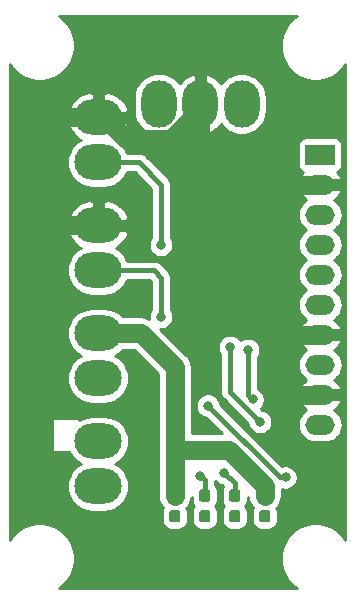
<source format=gbr>
G04 #@! TF.GenerationSoftware,KiCad,Pcbnew,5.1.4-e60b266~84~ubuntu18.04.1*
G04 #@! TF.CreationDate,2019-09-27T15:55:01+08:00*
G04 #@! TF.ProjectId,head,68656164-2e6b-4696-9361-645f70636258,rev?*
G04 #@! TF.SameCoordinates,Original*
G04 #@! TF.FileFunction,Copper,L2,Bot*
G04 #@! TF.FilePolarity,Positive*
%FSLAX46Y46*%
G04 Gerber Fmt 4.6, Leading zero omitted, Abs format (unit mm)*
G04 Created by KiCad (PCBNEW 5.1.4-e60b266~84~ubuntu18.04.1) date 2019-09-27 15:55:01*
%MOMM*%
%LPD*%
G04 APERTURE LIST*
%ADD10O,2.500000X1.700000*%
%ADD11C,1.700000*%
%ADD12C,0.100000*%
%ADD13O,4.000000X3.000000*%
%ADD14O,3.000000X4.000000*%
%ADD15C,0.950000*%
%ADD16C,1.000000*%
%ADD17C,0.800000*%
%ADD18C,1.600000*%
%ADD19C,0.400000*%
%ADD20C,0.254000*%
G04 APERTURE END LIST*
D10*
X115570000Y-64262000D03*
X115570000Y-61722000D03*
X115570000Y-59182000D03*
X115570000Y-56642000D03*
X115570000Y-54102000D03*
X115570000Y-51562000D03*
X115570000Y-49022000D03*
X115570000Y-46482000D03*
X115570000Y-43942000D03*
D11*
X115570000Y-41402000D03*
D12*
G36*
X114320000Y-42252000D02*
G01*
X114320000Y-40552000D01*
X116820000Y-40552000D01*
X116820000Y-42252000D01*
X114320000Y-42252000D01*
X114320000Y-42252000D01*
G37*
D13*
X96774000Y-65659000D03*
X96774000Y-69469000D03*
X96774000Y-56515000D03*
X96774000Y-60325000D03*
X96774000Y-47371000D03*
X96774000Y-51181000D03*
X96774000Y-38227000D03*
X96774000Y-42037000D03*
D14*
X108910000Y-37084000D03*
X105410000Y-37084000D03*
X101910000Y-37084000D03*
D12*
G36*
X103511779Y-69721144D02*
G01*
X103534834Y-69724563D01*
X103557443Y-69730227D01*
X103579387Y-69738079D01*
X103600457Y-69748044D01*
X103620448Y-69760026D01*
X103639168Y-69773910D01*
X103656438Y-69789562D01*
X103672090Y-69806832D01*
X103685974Y-69825552D01*
X103697956Y-69845543D01*
X103707921Y-69866613D01*
X103715773Y-69888557D01*
X103721437Y-69911166D01*
X103724856Y-69934221D01*
X103726000Y-69957500D01*
X103726000Y-70532500D01*
X103724856Y-70555779D01*
X103721437Y-70578834D01*
X103715773Y-70601443D01*
X103707921Y-70623387D01*
X103697956Y-70644457D01*
X103685974Y-70664448D01*
X103672090Y-70683168D01*
X103656438Y-70700438D01*
X103639168Y-70716090D01*
X103620448Y-70729974D01*
X103600457Y-70741956D01*
X103579387Y-70751921D01*
X103557443Y-70759773D01*
X103534834Y-70765437D01*
X103511779Y-70768856D01*
X103488500Y-70770000D01*
X103013500Y-70770000D01*
X102990221Y-70768856D01*
X102967166Y-70765437D01*
X102944557Y-70759773D01*
X102922613Y-70751921D01*
X102901543Y-70741956D01*
X102881552Y-70729974D01*
X102862832Y-70716090D01*
X102845562Y-70700438D01*
X102829910Y-70683168D01*
X102816026Y-70664448D01*
X102804044Y-70644457D01*
X102794079Y-70623387D01*
X102786227Y-70601443D01*
X102780563Y-70578834D01*
X102777144Y-70555779D01*
X102776000Y-70532500D01*
X102776000Y-69957500D01*
X102777144Y-69934221D01*
X102780563Y-69911166D01*
X102786227Y-69888557D01*
X102794079Y-69866613D01*
X102804044Y-69845543D01*
X102816026Y-69825552D01*
X102829910Y-69806832D01*
X102845562Y-69789562D01*
X102862832Y-69773910D01*
X102881552Y-69760026D01*
X102901543Y-69748044D01*
X102922613Y-69738079D01*
X102944557Y-69730227D01*
X102967166Y-69724563D01*
X102990221Y-69721144D01*
X103013500Y-69720000D01*
X103488500Y-69720000D01*
X103511779Y-69721144D01*
X103511779Y-69721144D01*
G37*
D15*
X103251000Y-70245000D03*
D12*
G36*
X103511779Y-71471144D02*
G01*
X103534834Y-71474563D01*
X103557443Y-71480227D01*
X103579387Y-71488079D01*
X103600457Y-71498044D01*
X103620448Y-71510026D01*
X103639168Y-71523910D01*
X103656438Y-71539562D01*
X103672090Y-71556832D01*
X103685974Y-71575552D01*
X103697956Y-71595543D01*
X103707921Y-71616613D01*
X103715773Y-71638557D01*
X103721437Y-71661166D01*
X103724856Y-71684221D01*
X103726000Y-71707500D01*
X103726000Y-72282500D01*
X103724856Y-72305779D01*
X103721437Y-72328834D01*
X103715773Y-72351443D01*
X103707921Y-72373387D01*
X103697956Y-72394457D01*
X103685974Y-72414448D01*
X103672090Y-72433168D01*
X103656438Y-72450438D01*
X103639168Y-72466090D01*
X103620448Y-72479974D01*
X103600457Y-72491956D01*
X103579387Y-72501921D01*
X103557443Y-72509773D01*
X103534834Y-72515437D01*
X103511779Y-72518856D01*
X103488500Y-72520000D01*
X103013500Y-72520000D01*
X102990221Y-72518856D01*
X102967166Y-72515437D01*
X102944557Y-72509773D01*
X102922613Y-72501921D01*
X102901543Y-72491956D01*
X102881552Y-72479974D01*
X102862832Y-72466090D01*
X102845562Y-72450438D01*
X102829910Y-72433168D01*
X102816026Y-72414448D01*
X102804044Y-72394457D01*
X102794079Y-72373387D01*
X102786227Y-72351443D01*
X102780563Y-72328834D01*
X102777144Y-72305779D01*
X102776000Y-72282500D01*
X102776000Y-71707500D01*
X102777144Y-71684221D01*
X102780563Y-71661166D01*
X102786227Y-71638557D01*
X102794079Y-71616613D01*
X102804044Y-71595543D01*
X102816026Y-71575552D01*
X102829910Y-71556832D01*
X102845562Y-71539562D01*
X102862832Y-71523910D01*
X102881552Y-71510026D01*
X102901543Y-71498044D01*
X102922613Y-71488079D01*
X102944557Y-71480227D01*
X102967166Y-71474563D01*
X102990221Y-71471144D01*
X103013500Y-71470000D01*
X103488500Y-71470000D01*
X103511779Y-71471144D01*
X103511779Y-71471144D01*
G37*
D15*
X103251000Y-71995000D03*
D12*
G36*
X111131779Y-69721144D02*
G01*
X111154834Y-69724563D01*
X111177443Y-69730227D01*
X111199387Y-69738079D01*
X111220457Y-69748044D01*
X111240448Y-69760026D01*
X111259168Y-69773910D01*
X111276438Y-69789562D01*
X111292090Y-69806832D01*
X111305974Y-69825552D01*
X111317956Y-69845543D01*
X111327921Y-69866613D01*
X111335773Y-69888557D01*
X111341437Y-69911166D01*
X111344856Y-69934221D01*
X111346000Y-69957500D01*
X111346000Y-70532500D01*
X111344856Y-70555779D01*
X111341437Y-70578834D01*
X111335773Y-70601443D01*
X111327921Y-70623387D01*
X111317956Y-70644457D01*
X111305974Y-70664448D01*
X111292090Y-70683168D01*
X111276438Y-70700438D01*
X111259168Y-70716090D01*
X111240448Y-70729974D01*
X111220457Y-70741956D01*
X111199387Y-70751921D01*
X111177443Y-70759773D01*
X111154834Y-70765437D01*
X111131779Y-70768856D01*
X111108500Y-70770000D01*
X110633500Y-70770000D01*
X110610221Y-70768856D01*
X110587166Y-70765437D01*
X110564557Y-70759773D01*
X110542613Y-70751921D01*
X110521543Y-70741956D01*
X110501552Y-70729974D01*
X110482832Y-70716090D01*
X110465562Y-70700438D01*
X110449910Y-70683168D01*
X110436026Y-70664448D01*
X110424044Y-70644457D01*
X110414079Y-70623387D01*
X110406227Y-70601443D01*
X110400563Y-70578834D01*
X110397144Y-70555779D01*
X110396000Y-70532500D01*
X110396000Y-69957500D01*
X110397144Y-69934221D01*
X110400563Y-69911166D01*
X110406227Y-69888557D01*
X110414079Y-69866613D01*
X110424044Y-69845543D01*
X110436026Y-69825552D01*
X110449910Y-69806832D01*
X110465562Y-69789562D01*
X110482832Y-69773910D01*
X110501552Y-69760026D01*
X110521543Y-69748044D01*
X110542613Y-69738079D01*
X110564557Y-69730227D01*
X110587166Y-69724563D01*
X110610221Y-69721144D01*
X110633500Y-69720000D01*
X111108500Y-69720000D01*
X111131779Y-69721144D01*
X111131779Y-69721144D01*
G37*
D15*
X110871000Y-70245000D03*
D12*
G36*
X111131779Y-71471144D02*
G01*
X111154834Y-71474563D01*
X111177443Y-71480227D01*
X111199387Y-71488079D01*
X111220457Y-71498044D01*
X111240448Y-71510026D01*
X111259168Y-71523910D01*
X111276438Y-71539562D01*
X111292090Y-71556832D01*
X111305974Y-71575552D01*
X111317956Y-71595543D01*
X111327921Y-71616613D01*
X111335773Y-71638557D01*
X111341437Y-71661166D01*
X111344856Y-71684221D01*
X111346000Y-71707500D01*
X111346000Y-72282500D01*
X111344856Y-72305779D01*
X111341437Y-72328834D01*
X111335773Y-72351443D01*
X111327921Y-72373387D01*
X111317956Y-72394457D01*
X111305974Y-72414448D01*
X111292090Y-72433168D01*
X111276438Y-72450438D01*
X111259168Y-72466090D01*
X111240448Y-72479974D01*
X111220457Y-72491956D01*
X111199387Y-72501921D01*
X111177443Y-72509773D01*
X111154834Y-72515437D01*
X111131779Y-72518856D01*
X111108500Y-72520000D01*
X110633500Y-72520000D01*
X110610221Y-72518856D01*
X110587166Y-72515437D01*
X110564557Y-72509773D01*
X110542613Y-72501921D01*
X110521543Y-72491956D01*
X110501552Y-72479974D01*
X110482832Y-72466090D01*
X110465562Y-72450438D01*
X110449910Y-72433168D01*
X110436026Y-72414448D01*
X110424044Y-72394457D01*
X110414079Y-72373387D01*
X110406227Y-72351443D01*
X110400563Y-72328834D01*
X110397144Y-72305779D01*
X110396000Y-72282500D01*
X110396000Y-71707500D01*
X110397144Y-71684221D01*
X110400563Y-71661166D01*
X110406227Y-71638557D01*
X110414079Y-71616613D01*
X110424044Y-71595543D01*
X110436026Y-71575552D01*
X110449910Y-71556832D01*
X110465562Y-71539562D01*
X110482832Y-71523910D01*
X110501552Y-71510026D01*
X110521543Y-71498044D01*
X110542613Y-71488079D01*
X110564557Y-71480227D01*
X110587166Y-71474563D01*
X110610221Y-71471144D01*
X110633500Y-71470000D01*
X111108500Y-71470000D01*
X111131779Y-71471144D01*
X111131779Y-71471144D01*
G37*
D15*
X110871000Y-71995000D03*
D12*
G36*
X108591779Y-69721144D02*
G01*
X108614834Y-69724563D01*
X108637443Y-69730227D01*
X108659387Y-69738079D01*
X108680457Y-69748044D01*
X108700448Y-69760026D01*
X108719168Y-69773910D01*
X108736438Y-69789562D01*
X108752090Y-69806832D01*
X108765974Y-69825552D01*
X108777956Y-69845543D01*
X108787921Y-69866613D01*
X108795773Y-69888557D01*
X108801437Y-69911166D01*
X108804856Y-69934221D01*
X108806000Y-69957500D01*
X108806000Y-70532500D01*
X108804856Y-70555779D01*
X108801437Y-70578834D01*
X108795773Y-70601443D01*
X108787921Y-70623387D01*
X108777956Y-70644457D01*
X108765974Y-70664448D01*
X108752090Y-70683168D01*
X108736438Y-70700438D01*
X108719168Y-70716090D01*
X108700448Y-70729974D01*
X108680457Y-70741956D01*
X108659387Y-70751921D01*
X108637443Y-70759773D01*
X108614834Y-70765437D01*
X108591779Y-70768856D01*
X108568500Y-70770000D01*
X108093500Y-70770000D01*
X108070221Y-70768856D01*
X108047166Y-70765437D01*
X108024557Y-70759773D01*
X108002613Y-70751921D01*
X107981543Y-70741956D01*
X107961552Y-70729974D01*
X107942832Y-70716090D01*
X107925562Y-70700438D01*
X107909910Y-70683168D01*
X107896026Y-70664448D01*
X107884044Y-70644457D01*
X107874079Y-70623387D01*
X107866227Y-70601443D01*
X107860563Y-70578834D01*
X107857144Y-70555779D01*
X107856000Y-70532500D01*
X107856000Y-69957500D01*
X107857144Y-69934221D01*
X107860563Y-69911166D01*
X107866227Y-69888557D01*
X107874079Y-69866613D01*
X107884044Y-69845543D01*
X107896026Y-69825552D01*
X107909910Y-69806832D01*
X107925562Y-69789562D01*
X107942832Y-69773910D01*
X107961552Y-69760026D01*
X107981543Y-69748044D01*
X108002613Y-69738079D01*
X108024557Y-69730227D01*
X108047166Y-69724563D01*
X108070221Y-69721144D01*
X108093500Y-69720000D01*
X108568500Y-69720000D01*
X108591779Y-69721144D01*
X108591779Y-69721144D01*
G37*
D15*
X108331000Y-70245000D03*
D12*
G36*
X108591779Y-71471144D02*
G01*
X108614834Y-71474563D01*
X108637443Y-71480227D01*
X108659387Y-71488079D01*
X108680457Y-71498044D01*
X108700448Y-71510026D01*
X108719168Y-71523910D01*
X108736438Y-71539562D01*
X108752090Y-71556832D01*
X108765974Y-71575552D01*
X108777956Y-71595543D01*
X108787921Y-71616613D01*
X108795773Y-71638557D01*
X108801437Y-71661166D01*
X108804856Y-71684221D01*
X108806000Y-71707500D01*
X108806000Y-72282500D01*
X108804856Y-72305779D01*
X108801437Y-72328834D01*
X108795773Y-72351443D01*
X108787921Y-72373387D01*
X108777956Y-72394457D01*
X108765974Y-72414448D01*
X108752090Y-72433168D01*
X108736438Y-72450438D01*
X108719168Y-72466090D01*
X108700448Y-72479974D01*
X108680457Y-72491956D01*
X108659387Y-72501921D01*
X108637443Y-72509773D01*
X108614834Y-72515437D01*
X108591779Y-72518856D01*
X108568500Y-72520000D01*
X108093500Y-72520000D01*
X108070221Y-72518856D01*
X108047166Y-72515437D01*
X108024557Y-72509773D01*
X108002613Y-72501921D01*
X107981543Y-72491956D01*
X107961552Y-72479974D01*
X107942832Y-72466090D01*
X107925562Y-72450438D01*
X107909910Y-72433168D01*
X107896026Y-72414448D01*
X107884044Y-72394457D01*
X107874079Y-72373387D01*
X107866227Y-72351443D01*
X107860563Y-72328834D01*
X107857144Y-72305779D01*
X107856000Y-72282500D01*
X107856000Y-71707500D01*
X107857144Y-71684221D01*
X107860563Y-71661166D01*
X107866227Y-71638557D01*
X107874079Y-71616613D01*
X107884044Y-71595543D01*
X107896026Y-71575552D01*
X107909910Y-71556832D01*
X107925562Y-71539562D01*
X107942832Y-71523910D01*
X107961552Y-71510026D01*
X107981543Y-71498044D01*
X108002613Y-71488079D01*
X108024557Y-71480227D01*
X108047166Y-71474563D01*
X108070221Y-71471144D01*
X108093500Y-71470000D01*
X108568500Y-71470000D01*
X108591779Y-71471144D01*
X108591779Y-71471144D01*
G37*
D15*
X108331000Y-71995000D03*
D12*
G36*
X106051779Y-69721144D02*
G01*
X106074834Y-69724563D01*
X106097443Y-69730227D01*
X106119387Y-69738079D01*
X106140457Y-69748044D01*
X106160448Y-69760026D01*
X106179168Y-69773910D01*
X106196438Y-69789562D01*
X106212090Y-69806832D01*
X106225974Y-69825552D01*
X106237956Y-69845543D01*
X106247921Y-69866613D01*
X106255773Y-69888557D01*
X106261437Y-69911166D01*
X106264856Y-69934221D01*
X106266000Y-69957500D01*
X106266000Y-70532500D01*
X106264856Y-70555779D01*
X106261437Y-70578834D01*
X106255773Y-70601443D01*
X106247921Y-70623387D01*
X106237956Y-70644457D01*
X106225974Y-70664448D01*
X106212090Y-70683168D01*
X106196438Y-70700438D01*
X106179168Y-70716090D01*
X106160448Y-70729974D01*
X106140457Y-70741956D01*
X106119387Y-70751921D01*
X106097443Y-70759773D01*
X106074834Y-70765437D01*
X106051779Y-70768856D01*
X106028500Y-70770000D01*
X105553500Y-70770000D01*
X105530221Y-70768856D01*
X105507166Y-70765437D01*
X105484557Y-70759773D01*
X105462613Y-70751921D01*
X105441543Y-70741956D01*
X105421552Y-70729974D01*
X105402832Y-70716090D01*
X105385562Y-70700438D01*
X105369910Y-70683168D01*
X105356026Y-70664448D01*
X105344044Y-70644457D01*
X105334079Y-70623387D01*
X105326227Y-70601443D01*
X105320563Y-70578834D01*
X105317144Y-70555779D01*
X105316000Y-70532500D01*
X105316000Y-69957500D01*
X105317144Y-69934221D01*
X105320563Y-69911166D01*
X105326227Y-69888557D01*
X105334079Y-69866613D01*
X105344044Y-69845543D01*
X105356026Y-69825552D01*
X105369910Y-69806832D01*
X105385562Y-69789562D01*
X105402832Y-69773910D01*
X105421552Y-69760026D01*
X105441543Y-69748044D01*
X105462613Y-69738079D01*
X105484557Y-69730227D01*
X105507166Y-69724563D01*
X105530221Y-69721144D01*
X105553500Y-69720000D01*
X106028500Y-69720000D01*
X106051779Y-69721144D01*
X106051779Y-69721144D01*
G37*
D15*
X105791000Y-70245000D03*
D12*
G36*
X106051779Y-71471144D02*
G01*
X106074834Y-71474563D01*
X106097443Y-71480227D01*
X106119387Y-71488079D01*
X106140457Y-71498044D01*
X106160448Y-71510026D01*
X106179168Y-71523910D01*
X106196438Y-71539562D01*
X106212090Y-71556832D01*
X106225974Y-71575552D01*
X106237956Y-71595543D01*
X106247921Y-71616613D01*
X106255773Y-71638557D01*
X106261437Y-71661166D01*
X106264856Y-71684221D01*
X106266000Y-71707500D01*
X106266000Y-72282500D01*
X106264856Y-72305779D01*
X106261437Y-72328834D01*
X106255773Y-72351443D01*
X106247921Y-72373387D01*
X106237956Y-72394457D01*
X106225974Y-72414448D01*
X106212090Y-72433168D01*
X106196438Y-72450438D01*
X106179168Y-72466090D01*
X106160448Y-72479974D01*
X106140457Y-72491956D01*
X106119387Y-72501921D01*
X106097443Y-72509773D01*
X106074834Y-72515437D01*
X106051779Y-72518856D01*
X106028500Y-72520000D01*
X105553500Y-72520000D01*
X105530221Y-72518856D01*
X105507166Y-72515437D01*
X105484557Y-72509773D01*
X105462613Y-72501921D01*
X105441543Y-72491956D01*
X105421552Y-72479974D01*
X105402832Y-72466090D01*
X105385562Y-72450438D01*
X105369910Y-72433168D01*
X105356026Y-72414448D01*
X105344044Y-72394457D01*
X105334079Y-72373387D01*
X105326227Y-72351443D01*
X105320563Y-72328834D01*
X105317144Y-72305779D01*
X105316000Y-72282500D01*
X105316000Y-71707500D01*
X105317144Y-71684221D01*
X105320563Y-71661166D01*
X105326227Y-71638557D01*
X105334079Y-71616613D01*
X105344044Y-71595543D01*
X105356026Y-71575552D01*
X105369910Y-71556832D01*
X105385562Y-71539562D01*
X105402832Y-71523910D01*
X105421552Y-71510026D01*
X105441543Y-71498044D01*
X105462613Y-71488079D01*
X105484557Y-71480227D01*
X105507166Y-71474563D01*
X105530221Y-71471144D01*
X105553500Y-71470000D01*
X106028500Y-71470000D01*
X106051779Y-71471144D01*
X106051779Y-71471144D01*
G37*
D15*
X105791000Y-71995000D03*
D16*
X105686000Y-42926000D03*
X105686000Y-49022000D03*
X105686000Y-55118000D03*
X105806000Y-60452000D03*
X112268000Y-66294004D03*
D17*
X102086000Y-55118000D03*
X110490000Y-64008000D03*
X107442000Y-68326000D03*
X107950000Y-57658000D03*
X102086000Y-49022000D03*
X105410000Y-68580000D03*
X109474000Y-57912000D03*
X109855000Y-62103000D03*
X106071036Y-62637036D03*
X112649000Y-68707000D03*
X105791000Y-72009000D03*
X108331000Y-72009000D03*
X110871000Y-72009000D03*
X103251000Y-72009000D03*
D18*
X102945538Y-40084010D02*
X105410000Y-37619548D01*
X99131010Y-40084010D02*
X102945538Y-40084010D01*
X105410000Y-37619548D02*
X105410000Y-37084000D01*
X97274000Y-38227000D02*
X99131010Y-40084010D01*
X96774000Y-38227000D02*
X97274000Y-38227000D01*
X112720000Y-43942000D02*
X115570000Y-43942000D01*
X108668000Y-43942000D02*
X112720000Y-43942000D01*
X105410000Y-40684000D02*
X108668000Y-43942000D01*
X105410000Y-37084000D02*
X105410000Y-40684000D01*
X112720000Y-43942000D02*
X112014000Y-44648000D01*
X112720000Y-56642000D02*
X115570000Y-56642000D01*
X112014000Y-55936000D02*
X112720000Y-56642000D01*
X112014000Y-44648000D02*
X112014000Y-55936000D01*
X112014000Y-61016000D02*
X112720000Y-61722000D01*
X112014000Y-55936000D02*
X112014000Y-61016000D01*
X105410000Y-37084000D02*
X105410000Y-42650000D01*
X105410000Y-42650000D02*
X105686000Y-42926000D01*
X105686000Y-42926000D02*
X105686000Y-49022000D01*
X105686000Y-49022000D02*
X105686000Y-55118000D01*
X105686000Y-55118000D02*
X105686000Y-60332000D01*
X105686000Y-60332000D02*
X105806000Y-60452000D01*
X92202000Y-46399000D02*
X92202000Y-39199000D01*
X93174000Y-38227000D02*
X96774000Y-38227000D01*
X92202000Y-39199000D02*
X93174000Y-38227000D01*
X93174000Y-47371000D02*
X92202000Y-46399000D01*
X96774000Y-47371000D02*
X93174000Y-47371000D01*
X115570000Y-61722000D02*
X112720000Y-61722000D01*
X112268000Y-62174000D02*
X112268000Y-65586898D01*
X112268000Y-65586898D02*
X112268000Y-66294004D01*
X112720000Y-61722000D02*
X112268000Y-62174000D01*
X103251000Y-69620000D02*
X103251000Y-70245000D01*
X100374000Y-56515000D02*
X103251000Y-59392000D01*
X96774000Y-56515000D02*
X100374000Y-56515000D01*
X103251000Y-59392000D02*
X103251000Y-66421000D01*
X103251000Y-66421000D02*
X103251000Y-69620000D01*
X107823000Y-66421000D02*
X103251000Y-66421000D01*
X110871000Y-70245000D02*
X110871000Y-69469000D01*
X110871000Y-69469000D02*
X107823000Y-66421000D01*
D19*
X102086000Y-51794000D02*
X102086000Y-55118000D01*
X96774000Y-51181000D02*
X101473000Y-51181000D01*
X101473000Y-51181000D02*
X102086000Y-51794000D01*
X108331000Y-70245000D02*
X108331000Y-69215000D01*
X108331000Y-69215000D02*
X107442000Y-68326000D01*
X107950000Y-61468000D02*
X107950000Y-58223685D01*
X107950000Y-58223685D02*
X107950000Y-57658000D01*
X110490000Y-64008000D02*
X107950000Y-61468000D01*
X96774000Y-42037000D02*
X100203000Y-42037000D01*
X102086000Y-43920000D02*
X102086000Y-49022000D01*
X100203000Y-42037000D02*
X102086000Y-43920000D01*
X105791000Y-70245000D02*
X105791000Y-68961000D01*
X105791000Y-68961000D02*
X105410000Y-68580000D01*
X109474000Y-57912000D02*
X109474000Y-61722000D01*
X109474000Y-61722000D02*
X109855000Y-62103000D01*
X112141000Y-68707000D02*
X112649000Y-68707000D01*
X106071036Y-62637036D02*
X112141000Y-68707000D01*
D20*
G36*
X113291273Y-29818613D02*
G01*
X112876613Y-30233273D01*
X112550817Y-30720862D01*
X112326405Y-31262641D01*
X112212000Y-31837791D01*
X112212000Y-32424209D01*
X112326405Y-32999359D01*
X112550817Y-33541138D01*
X112876613Y-34028727D01*
X113291273Y-34443387D01*
X113778862Y-34769183D01*
X114320641Y-34993595D01*
X114895791Y-35108000D01*
X115482209Y-35108000D01*
X116057359Y-34993595D01*
X116599138Y-34769183D01*
X117086727Y-34443387D01*
X117501387Y-34028727D01*
X117704001Y-33725493D01*
X117704000Y-73970505D01*
X117501387Y-73667273D01*
X117086727Y-73252613D01*
X116599138Y-72926817D01*
X116057359Y-72702405D01*
X115482209Y-72588000D01*
X114895791Y-72588000D01*
X114320641Y-72702405D01*
X113778862Y-72926817D01*
X113291273Y-73252613D01*
X112876613Y-73667273D01*
X112550817Y-74154862D01*
X112326405Y-74696641D01*
X112212000Y-75271791D01*
X112212000Y-75858209D01*
X112326405Y-76433359D01*
X112550817Y-76975138D01*
X112876613Y-77462727D01*
X113291273Y-77877387D01*
X113594505Y-78080000D01*
X93415495Y-78080000D01*
X93718727Y-77877387D01*
X94133387Y-77462727D01*
X94459183Y-76975138D01*
X94683595Y-76433359D01*
X94798000Y-75858209D01*
X94798000Y-75271791D01*
X94683595Y-74696641D01*
X94459183Y-74154862D01*
X94133387Y-73667273D01*
X93718727Y-73252613D01*
X93231138Y-72926817D01*
X92689359Y-72702405D01*
X92114209Y-72588000D01*
X91527791Y-72588000D01*
X90952641Y-72702405D01*
X90410862Y-72926817D01*
X89923273Y-73252613D01*
X89508613Y-73667273D01*
X89306000Y-73970505D01*
X89306000Y-63711500D01*
X92837809Y-63711500D01*
X92837809Y-66531500D01*
X94319511Y-66531500D01*
X94490223Y-66850881D01*
X94757023Y-67175977D01*
X95082119Y-67442777D01*
X95308912Y-67564000D01*
X95082119Y-67685223D01*
X94757023Y-67952023D01*
X94490223Y-68277119D01*
X94291974Y-68648018D01*
X94169892Y-69050467D01*
X94128670Y-69469000D01*
X94169892Y-69887533D01*
X94291974Y-70289982D01*
X94490223Y-70660881D01*
X94757023Y-70985977D01*
X95082119Y-71252777D01*
X95453018Y-71451026D01*
X95855467Y-71573108D01*
X96169118Y-71604000D01*
X97378882Y-71604000D01*
X97692533Y-71573108D01*
X98094982Y-71451026D01*
X98465881Y-71252777D01*
X98790977Y-70985977D01*
X99057777Y-70660881D01*
X99256026Y-70289982D01*
X99378108Y-69887533D01*
X99419330Y-69469000D01*
X99378108Y-69050467D01*
X99256026Y-68648018D01*
X99057777Y-68277119D01*
X98790977Y-67952023D01*
X98465881Y-67685223D01*
X98239088Y-67564000D01*
X98465881Y-67442777D01*
X98790977Y-67175977D01*
X99057777Y-66850881D01*
X99256026Y-66479982D01*
X99378108Y-66077533D01*
X99419330Y-65659000D01*
X99378108Y-65240467D01*
X99256026Y-64838018D01*
X99057777Y-64467119D01*
X98790977Y-64142023D01*
X98465881Y-63875223D01*
X98094982Y-63676974D01*
X97692533Y-63554892D01*
X97378882Y-63524000D01*
X96169118Y-63524000D01*
X95855467Y-63554892D01*
X95453018Y-63676974D01*
X95110190Y-63860219D01*
X95110190Y-63711500D01*
X92837809Y-63711500D01*
X89306000Y-63711500D01*
X89306000Y-51181000D01*
X94128670Y-51181000D01*
X94169892Y-51599533D01*
X94291974Y-52001982D01*
X94490223Y-52372881D01*
X94757023Y-52697977D01*
X95082119Y-52964777D01*
X95453018Y-53163026D01*
X95855467Y-53285108D01*
X96169118Y-53316000D01*
X97378882Y-53316000D01*
X97692533Y-53285108D01*
X98094982Y-53163026D01*
X98465881Y-52964777D01*
X98790977Y-52697977D01*
X99057777Y-52372881D01*
X99248533Y-52016000D01*
X101127132Y-52016000D01*
X101251000Y-52139868D01*
X101251001Y-54504714D01*
X101168795Y-54627744D01*
X101090774Y-54816102D01*
X101051000Y-55016061D01*
X101051000Y-55219939D01*
X101057632Y-55253279D01*
X100925808Y-55182818D01*
X100655309Y-55100764D01*
X100444492Y-55080000D01*
X100374000Y-55073057D01*
X100303508Y-55080000D01*
X98858254Y-55080000D01*
X98790977Y-54998023D01*
X98465881Y-54731223D01*
X98094982Y-54532974D01*
X97692533Y-54410892D01*
X97378882Y-54380000D01*
X96169118Y-54380000D01*
X95855467Y-54410892D01*
X95453018Y-54532974D01*
X95082119Y-54731223D01*
X94757023Y-54998023D01*
X94490223Y-55323119D01*
X94291974Y-55694018D01*
X94169892Y-56096467D01*
X94128670Y-56515000D01*
X94169892Y-56933533D01*
X94291974Y-57335982D01*
X94490223Y-57706881D01*
X94757023Y-58031977D01*
X95082119Y-58298777D01*
X95308912Y-58420000D01*
X95082119Y-58541223D01*
X94757023Y-58808023D01*
X94490223Y-59133119D01*
X94291974Y-59504018D01*
X94169892Y-59906467D01*
X94128670Y-60325000D01*
X94169892Y-60743533D01*
X94291974Y-61145982D01*
X94490223Y-61516881D01*
X94757023Y-61841977D01*
X95082119Y-62108777D01*
X95453018Y-62307026D01*
X95855467Y-62429108D01*
X96169118Y-62460000D01*
X97378882Y-62460000D01*
X97692533Y-62429108D01*
X98094982Y-62307026D01*
X98465881Y-62108777D01*
X98790977Y-61841977D01*
X99057777Y-61516881D01*
X99256026Y-61145982D01*
X99378108Y-60743533D01*
X99419330Y-60325000D01*
X99378108Y-59906467D01*
X99256026Y-59504018D01*
X99057777Y-59133119D01*
X98790977Y-58808023D01*
X98465881Y-58541223D01*
X98239088Y-58420000D01*
X98465881Y-58298777D01*
X98790977Y-58031977D01*
X98858254Y-57950000D01*
X99779605Y-57950000D01*
X101816000Y-59986397D01*
X101816001Y-66350498D01*
X101809057Y-66421000D01*
X101816000Y-66491492D01*
X101816001Y-69549499D01*
X101816000Y-69549509D01*
X101816000Y-70315492D01*
X101836764Y-70526309D01*
X101918818Y-70796808D01*
X102052068Y-71046101D01*
X102231393Y-71264608D01*
X102252814Y-71282188D01*
X102204577Y-71372433D01*
X102154752Y-71536684D01*
X102137928Y-71707500D01*
X102137928Y-72282500D01*
X102154752Y-72453316D01*
X102204577Y-72617567D01*
X102285488Y-72768942D01*
X102394377Y-72901623D01*
X102527058Y-73010512D01*
X102678433Y-73091423D01*
X102842684Y-73141248D01*
X103013500Y-73158072D01*
X103488500Y-73158072D01*
X103659316Y-73141248D01*
X103823567Y-73091423D01*
X103974942Y-73010512D01*
X104107623Y-72901623D01*
X104216512Y-72768942D01*
X104297423Y-72617567D01*
X104347248Y-72453316D01*
X104364072Y-72282500D01*
X104364072Y-71707500D01*
X104347248Y-71536684D01*
X104297423Y-71372433D01*
X104249187Y-71282188D01*
X104270608Y-71264608D01*
X104449932Y-71046101D01*
X104583182Y-70796808D01*
X104665236Y-70526308D01*
X104677928Y-70397446D01*
X104677928Y-70532500D01*
X104694752Y-70703316D01*
X104744577Y-70867567D01*
X104825488Y-71018942D01*
X104908425Y-71120000D01*
X104825488Y-71221058D01*
X104744577Y-71372433D01*
X104694752Y-71536684D01*
X104677928Y-71707500D01*
X104677928Y-72282500D01*
X104694752Y-72453316D01*
X104744577Y-72617567D01*
X104825488Y-72768942D01*
X104934377Y-72901623D01*
X105067058Y-73010512D01*
X105218433Y-73091423D01*
X105382684Y-73141248D01*
X105553500Y-73158072D01*
X106028500Y-73158072D01*
X106199316Y-73141248D01*
X106363567Y-73091423D01*
X106514942Y-73010512D01*
X106647623Y-72901623D01*
X106756512Y-72768942D01*
X106837423Y-72617567D01*
X106887248Y-72453316D01*
X106904072Y-72282500D01*
X106904072Y-71707500D01*
X106887248Y-71536684D01*
X106837423Y-71372433D01*
X106756512Y-71221058D01*
X106673575Y-71120000D01*
X106756512Y-71018942D01*
X106837423Y-70867567D01*
X106887248Y-70703316D01*
X106904072Y-70532500D01*
X106904072Y-69957500D01*
X106887248Y-69786684D01*
X106837423Y-69622433D01*
X106756512Y-69471058D01*
X106647623Y-69338377D01*
X106626000Y-69320631D01*
X106626000Y-69002007D01*
X106628943Y-68972125D01*
X106638063Y-68985774D01*
X106782226Y-69129937D01*
X106951744Y-69243205D01*
X107140102Y-69321226D01*
X107285224Y-69350092D01*
X107383835Y-69448703D01*
X107365488Y-69471058D01*
X107284577Y-69622433D01*
X107234752Y-69786684D01*
X107217928Y-69957500D01*
X107217928Y-70532500D01*
X107234752Y-70703316D01*
X107284577Y-70867567D01*
X107365488Y-71018942D01*
X107448425Y-71120000D01*
X107365488Y-71221058D01*
X107284577Y-71372433D01*
X107234752Y-71536684D01*
X107217928Y-71707500D01*
X107217928Y-72282500D01*
X107234752Y-72453316D01*
X107284577Y-72617567D01*
X107365488Y-72768942D01*
X107474377Y-72901623D01*
X107607058Y-73010512D01*
X107758433Y-73091423D01*
X107922684Y-73141248D01*
X108093500Y-73158072D01*
X108568500Y-73158072D01*
X108739316Y-73141248D01*
X108903567Y-73091423D01*
X109054942Y-73010512D01*
X109187623Y-72901623D01*
X109296512Y-72768942D01*
X109377423Y-72617567D01*
X109427248Y-72453316D01*
X109444072Y-72282500D01*
X109444072Y-71707500D01*
X109427248Y-71536684D01*
X109377423Y-71372433D01*
X109296512Y-71221058D01*
X109213575Y-71120000D01*
X109296512Y-71018942D01*
X109377423Y-70867567D01*
X109427248Y-70703316D01*
X109444072Y-70532500D01*
X109444072Y-70397446D01*
X109456764Y-70526308D01*
X109538818Y-70796807D01*
X109672068Y-71046100D01*
X109851392Y-71264607D01*
X109872814Y-71282188D01*
X109824577Y-71372433D01*
X109774752Y-71536684D01*
X109757928Y-71707500D01*
X109757928Y-72282500D01*
X109774752Y-72453316D01*
X109824577Y-72617567D01*
X109905488Y-72768942D01*
X110014377Y-72901623D01*
X110147058Y-73010512D01*
X110298433Y-73091423D01*
X110462684Y-73141248D01*
X110633500Y-73158072D01*
X111108500Y-73158072D01*
X111279316Y-73141248D01*
X111443567Y-73091423D01*
X111594942Y-73010512D01*
X111727623Y-72901623D01*
X111836512Y-72768942D01*
X111917423Y-72617567D01*
X111967248Y-72453316D01*
X111984072Y-72282500D01*
X111984072Y-71707500D01*
X111967248Y-71536684D01*
X111917423Y-71372433D01*
X111869186Y-71282188D01*
X111890607Y-71264608D01*
X112069932Y-71046101D01*
X112203182Y-70796808D01*
X112285236Y-70526309D01*
X112306000Y-70315492D01*
X112306000Y-69685201D01*
X112347102Y-69702226D01*
X112547061Y-69742000D01*
X112750939Y-69742000D01*
X112950898Y-69702226D01*
X113139256Y-69624205D01*
X113308774Y-69510937D01*
X113452937Y-69366774D01*
X113566205Y-69197256D01*
X113644226Y-69008898D01*
X113684000Y-68808939D01*
X113684000Y-68605061D01*
X113644226Y-68405102D01*
X113566205Y-68216744D01*
X113452937Y-68047226D01*
X113308774Y-67903063D01*
X113139256Y-67789795D01*
X112950898Y-67711774D01*
X112750939Y-67672000D01*
X112547061Y-67672000D01*
X112347102Y-67711774D01*
X112332635Y-67717767D01*
X107095129Y-62480262D01*
X107066262Y-62335138D01*
X106988241Y-62146780D01*
X106874973Y-61977262D01*
X106730810Y-61833099D01*
X106561292Y-61719831D01*
X106372934Y-61641810D01*
X106172975Y-61602036D01*
X105969097Y-61602036D01*
X105769138Y-61641810D01*
X105580780Y-61719831D01*
X105411262Y-61833099D01*
X105267099Y-61977262D01*
X105153831Y-62146780D01*
X105075810Y-62335138D01*
X105036036Y-62535097D01*
X105036036Y-62738975D01*
X105075810Y-62938934D01*
X105153831Y-63127292D01*
X105267099Y-63296810D01*
X105411262Y-63440973D01*
X105580780Y-63554241D01*
X105769138Y-63632262D01*
X105914262Y-63661129D01*
X107239133Y-64986000D01*
X104686000Y-64986000D01*
X104686000Y-59462491D01*
X104692943Y-59391999D01*
X104665236Y-59110690D01*
X104603516Y-58907226D01*
X104583182Y-58840192D01*
X104449932Y-58590899D01*
X104270607Y-58372392D01*
X104215856Y-58327459D01*
X103444458Y-57556061D01*
X106915000Y-57556061D01*
X106915000Y-57759939D01*
X106954774Y-57959898D01*
X107032795Y-58148256D01*
X107115001Y-58271286D01*
X107115000Y-61426981D01*
X107110960Y-61468000D01*
X107115000Y-61509018D01*
X107127082Y-61631688D01*
X107174828Y-61789086D01*
X107252364Y-61934145D01*
X107356709Y-62061291D01*
X107388579Y-62087446D01*
X109465908Y-64164775D01*
X109494774Y-64309898D01*
X109572795Y-64498256D01*
X109686063Y-64667774D01*
X109830226Y-64811937D01*
X109999744Y-64925205D01*
X110188102Y-65003226D01*
X110388061Y-65043000D01*
X110591939Y-65043000D01*
X110791898Y-65003226D01*
X110980256Y-64925205D01*
X111149774Y-64811937D01*
X111293937Y-64667774D01*
X111407205Y-64498256D01*
X111485226Y-64309898D01*
X111494753Y-64262000D01*
X113677815Y-64262000D01*
X113706487Y-64553111D01*
X113791401Y-64833034D01*
X113929294Y-65091014D01*
X114114866Y-65317134D01*
X114340986Y-65502706D01*
X114598966Y-65640599D01*
X114878889Y-65725513D01*
X115097050Y-65747000D01*
X116042950Y-65747000D01*
X116261111Y-65725513D01*
X116541034Y-65640599D01*
X116799014Y-65502706D01*
X117025134Y-65317134D01*
X117210706Y-65091014D01*
X117348599Y-64833034D01*
X117433513Y-64553111D01*
X117462185Y-64262000D01*
X117433513Y-63970889D01*
X117348599Y-63690966D01*
X117210706Y-63432986D01*
X117025134Y-63206866D01*
X116799014Y-63021294D01*
X116742969Y-62991337D01*
X116965719Y-62827153D01*
X117162191Y-62611663D01*
X117312848Y-62361983D01*
X117328020Y-62322838D01*
X117240346Y-62103000D01*
X115951000Y-62103000D01*
X115951000Y-62123000D01*
X115189000Y-62123000D01*
X115189000Y-62103000D01*
X113899654Y-62103000D01*
X113811980Y-62322838D01*
X113827152Y-62361983D01*
X113977809Y-62611663D01*
X114174281Y-62827153D01*
X114397031Y-62991337D01*
X114340986Y-63021294D01*
X114114866Y-63206866D01*
X113929294Y-63432986D01*
X113791401Y-63690966D01*
X113706487Y-63970889D01*
X113677815Y-64262000D01*
X111494753Y-64262000D01*
X111525000Y-64109939D01*
X111525000Y-63906061D01*
X111485226Y-63706102D01*
X111407205Y-63517744D01*
X111293937Y-63348226D01*
X111149774Y-63204063D01*
X110980256Y-63090795D01*
X110791898Y-63012774D01*
X110646775Y-62983908D01*
X110542289Y-62879422D01*
X110658937Y-62762774D01*
X110772205Y-62593256D01*
X110850226Y-62404898D01*
X110890000Y-62204939D01*
X110890000Y-62001061D01*
X110850226Y-61801102D01*
X110772205Y-61612744D01*
X110658937Y-61443226D01*
X110514774Y-61299063D01*
X110345256Y-61185795D01*
X110309000Y-61170777D01*
X110309000Y-59182000D01*
X113677815Y-59182000D01*
X113706487Y-59473111D01*
X113791401Y-59753034D01*
X113929294Y-60011014D01*
X114114866Y-60237134D01*
X114340986Y-60422706D01*
X114397031Y-60452663D01*
X114174281Y-60616847D01*
X113977809Y-60832337D01*
X113827152Y-61082017D01*
X113811980Y-61121162D01*
X113899654Y-61341000D01*
X115189000Y-61341000D01*
X115189000Y-61321000D01*
X115951000Y-61321000D01*
X115951000Y-61341000D01*
X117240346Y-61341000D01*
X117328020Y-61121162D01*
X117312848Y-61082017D01*
X117162191Y-60832337D01*
X116965719Y-60616847D01*
X116742969Y-60452663D01*
X116799014Y-60422706D01*
X117025134Y-60237134D01*
X117210706Y-60011014D01*
X117348599Y-59753034D01*
X117433513Y-59473111D01*
X117462185Y-59182000D01*
X117433513Y-58890889D01*
X117348599Y-58610966D01*
X117210706Y-58352986D01*
X117025134Y-58126866D01*
X116799014Y-57941294D01*
X116742969Y-57911337D01*
X116965719Y-57747153D01*
X117162191Y-57531663D01*
X117312848Y-57281983D01*
X117328020Y-57242838D01*
X117240346Y-57023000D01*
X115951000Y-57023000D01*
X115951000Y-57043000D01*
X115189000Y-57043000D01*
X115189000Y-57023000D01*
X113899654Y-57023000D01*
X113811980Y-57242838D01*
X113827152Y-57281983D01*
X113977809Y-57531663D01*
X114174281Y-57747153D01*
X114397031Y-57911337D01*
X114340986Y-57941294D01*
X114114866Y-58126866D01*
X113929294Y-58352986D01*
X113791401Y-58610966D01*
X113706487Y-58890889D01*
X113677815Y-59182000D01*
X110309000Y-59182000D01*
X110309000Y-58525285D01*
X110391205Y-58402256D01*
X110469226Y-58213898D01*
X110509000Y-58013939D01*
X110509000Y-57810061D01*
X110469226Y-57610102D01*
X110391205Y-57421744D01*
X110277937Y-57252226D01*
X110133774Y-57108063D01*
X109964256Y-56994795D01*
X109775898Y-56916774D01*
X109575939Y-56877000D01*
X109372061Y-56877000D01*
X109172102Y-56916774D01*
X108983744Y-56994795D01*
X108823284Y-57102011D01*
X108753937Y-56998226D01*
X108609774Y-56854063D01*
X108440256Y-56740795D01*
X108251898Y-56662774D01*
X108051939Y-56623000D01*
X107848061Y-56623000D01*
X107648102Y-56662774D01*
X107459744Y-56740795D01*
X107290226Y-56854063D01*
X107146063Y-56998226D01*
X107032795Y-57167744D01*
X106954774Y-57356102D01*
X106915000Y-57556061D01*
X103444458Y-57556061D01*
X102041395Y-56153000D01*
X102187939Y-56153000D01*
X102387898Y-56113226D01*
X102576256Y-56035205D01*
X102745774Y-55921937D01*
X102889937Y-55777774D01*
X103003205Y-55608256D01*
X103081226Y-55419898D01*
X103121000Y-55219939D01*
X103121000Y-55016061D01*
X103081226Y-54816102D01*
X103003205Y-54627744D01*
X102921000Y-54504715D01*
X102921000Y-51835018D01*
X102925040Y-51794000D01*
X102908918Y-51630311D01*
X102861172Y-51472913D01*
X102783636Y-51327854D01*
X102705439Y-51232570D01*
X102705437Y-51232568D01*
X102679291Y-51200709D01*
X102647432Y-51174564D01*
X102092445Y-50619578D01*
X102066291Y-50587709D01*
X101939146Y-50483364D01*
X101794087Y-50405828D01*
X101636689Y-50358082D01*
X101514019Y-50346000D01*
X101514018Y-50346000D01*
X101473000Y-50341960D01*
X101431982Y-50346000D01*
X99248533Y-50346000D01*
X99057777Y-49989119D01*
X98790977Y-49664023D01*
X98465881Y-49397223D01*
X98248951Y-49281272D01*
X98293603Y-49262593D01*
X98643043Y-49027332D01*
X98939872Y-48728419D01*
X99172682Y-48377341D01*
X99289264Y-48075936D01*
X99213176Y-47752000D01*
X97155000Y-47752000D01*
X97155000Y-47772000D01*
X96393000Y-47772000D01*
X96393000Y-47752000D01*
X94334824Y-47752000D01*
X94258736Y-48075936D01*
X94375318Y-48377341D01*
X94608128Y-48728419D01*
X94904957Y-49027332D01*
X95254397Y-49262593D01*
X95299049Y-49281272D01*
X95082119Y-49397223D01*
X94757023Y-49664023D01*
X94490223Y-49989119D01*
X94291974Y-50360018D01*
X94169892Y-50762467D01*
X94128670Y-51181000D01*
X89306000Y-51181000D01*
X89306000Y-46666064D01*
X94258736Y-46666064D01*
X94334824Y-46990000D01*
X96393000Y-46990000D01*
X96393000Y-45384161D01*
X97155000Y-45384161D01*
X97155000Y-46990000D01*
X99213176Y-46990000D01*
X99289264Y-46666064D01*
X99172682Y-46364659D01*
X98939872Y-46013581D01*
X98643043Y-45714668D01*
X98293603Y-45479407D01*
X97904980Y-45316839D01*
X97492109Y-45233211D01*
X97155000Y-45384161D01*
X96393000Y-45384161D01*
X96055891Y-45233211D01*
X95643020Y-45316839D01*
X95254397Y-45479407D01*
X94904957Y-45714668D01*
X94608128Y-46013581D01*
X94375318Y-46364659D01*
X94258736Y-46666064D01*
X89306000Y-46666064D01*
X89306000Y-42037000D01*
X94128670Y-42037000D01*
X94169892Y-42455533D01*
X94291974Y-42857982D01*
X94490223Y-43228881D01*
X94757023Y-43553977D01*
X95082119Y-43820777D01*
X95453018Y-44019026D01*
X95855467Y-44141108D01*
X96169118Y-44172000D01*
X97378882Y-44172000D01*
X97692533Y-44141108D01*
X98094982Y-44019026D01*
X98465881Y-43820777D01*
X98790977Y-43553977D01*
X99057777Y-43228881D01*
X99248533Y-42872000D01*
X99857133Y-42872000D01*
X101251000Y-44265868D01*
X101251001Y-48408714D01*
X101168795Y-48531744D01*
X101090774Y-48720102D01*
X101051000Y-48920061D01*
X101051000Y-49123939D01*
X101090774Y-49323898D01*
X101168795Y-49512256D01*
X101282063Y-49681774D01*
X101426226Y-49825937D01*
X101595744Y-49939205D01*
X101784102Y-50017226D01*
X101984061Y-50057000D01*
X102187939Y-50057000D01*
X102387898Y-50017226D01*
X102576256Y-49939205D01*
X102745774Y-49825937D01*
X102889937Y-49681774D01*
X103003205Y-49512256D01*
X103081226Y-49323898D01*
X103121000Y-49123939D01*
X103121000Y-48920061D01*
X103081226Y-48720102D01*
X103003205Y-48531744D01*
X102921000Y-48408715D01*
X102921000Y-46482000D01*
X113677815Y-46482000D01*
X113706487Y-46773111D01*
X113791401Y-47053034D01*
X113929294Y-47311014D01*
X114114866Y-47537134D01*
X114340986Y-47722706D01*
X114395791Y-47752000D01*
X114340986Y-47781294D01*
X114114866Y-47966866D01*
X113929294Y-48192986D01*
X113791401Y-48450966D01*
X113706487Y-48730889D01*
X113677815Y-49022000D01*
X113706487Y-49313111D01*
X113791401Y-49593034D01*
X113929294Y-49851014D01*
X114114866Y-50077134D01*
X114340986Y-50262706D01*
X114395791Y-50292000D01*
X114340986Y-50321294D01*
X114114866Y-50506866D01*
X113929294Y-50732986D01*
X113791401Y-50990966D01*
X113706487Y-51270889D01*
X113677815Y-51562000D01*
X113706487Y-51853111D01*
X113791401Y-52133034D01*
X113929294Y-52391014D01*
X114114866Y-52617134D01*
X114340986Y-52802706D01*
X114395791Y-52832000D01*
X114340986Y-52861294D01*
X114114866Y-53046866D01*
X113929294Y-53272986D01*
X113791401Y-53530966D01*
X113706487Y-53810889D01*
X113677815Y-54102000D01*
X113706487Y-54393111D01*
X113791401Y-54673034D01*
X113929294Y-54931014D01*
X114114866Y-55157134D01*
X114340986Y-55342706D01*
X114397031Y-55372663D01*
X114174281Y-55536847D01*
X113977809Y-55752337D01*
X113827152Y-56002017D01*
X113811980Y-56041162D01*
X113899654Y-56261000D01*
X115189000Y-56261000D01*
X115189000Y-56241000D01*
X115951000Y-56241000D01*
X115951000Y-56261000D01*
X117240346Y-56261000D01*
X117328020Y-56041162D01*
X117312848Y-56002017D01*
X117162191Y-55752337D01*
X116965719Y-55536847D01*
X116742969Y-55372663D01*
X116799014Y-55342706D01*
X117025134Y-55157134D01*
X117210706Y-54931014D01*
X117348599Y-54673034D01*
X117433513Y-54393111D01*
X117462185Y-54102000D01*
X117433513Y-53810889D01*
X117348599Y-53530966D01*
X117210706Y-53272986D01*
X117025134Y-53046866D01*
X116799014Y-52861294D01*
X116744209Y-52832000D01*
X116799014Y-52802706D01*
X117025134Y-52617134D01*
X117210706Y-52391014D01*
X117348599Y-52133034D01*
X117433513Y-51853111D01*
X117462185Y-51562000D01*
X117433513Y-51270889D01*
X117348599Y-50990966D01*
X117210706Y-50732986D01*
X117025134Y-50506866D01*
X116799014Y-50321294D01*
X116744209Y-50292000D01*
X116799014Y-50262706D01*
X117025134Y-50077134D01*
X117210706Y-49851014D01*
X117348599Y-49593034D01*
X117433513Y-49313111D01*
X117462185Y-49022000D01*
X117433513Y-48730889D01*
X117348599Y-48450966D01*
X117210706Y-48192986D01*
X117025134Y-47966866D01*
X116799014Y-47781294D01*
X116744209Y-47752000D01*
X116799014Y-47722706D01*
X117025134Y-47537134D01*
X117210706Y-47311014D01*
X117348599Y-47053034D01*
X117433513Y-46773111D01*
X117462185Y-46482000D01*
X117433513Y-46190889D01*
X117348599Y-45910966D01*
X117210706Y-45652986D01*
X117025134Y-45426866D01*
X116799014Y-45241294D01*
X116742969Y-45211337D01*
X116965719Y-45047153D01*
X117162191Y-44831663D01*
X117312848Y-44581983D01*
X117328020Y-44542838D01*
X117240346Y-44323000D01*
X115951000Y-44323000D01*
X115951000Y-44343000D01*
X115189000Y-44343000D01*
X115189000Y-44323000D01*
X113899654Y-44323000D01*
X113811980Y-44542838D01*
X113827152Y-44581983D01*
X113977809Y-44831663D01*
X114174281Y-45047153D01*
X114397031Y-45211337D01*
X114340986Y-45241294D01*
X114114866Y-45426866D01*
X113929294Y-45652986D01*
X113791401Y-45910966D01*
X113706487Y-46190889D01*
X113677815Y-46482000D01*
X102921000Y-46482000D01*
X102921000Y-43961018D01*
X102925040Y-43919999D01*
X102908918Y-43756311D01*
X102861172Y-43598913D01*
X102783636Y-43453854D01*
X102679291Y-43326709D01*
X102647428Y-43300560D01*
X100822446Y-41475579D01*
X100796291Y-41443709D01*
X100669146Y-41339364D01*
X100524087Y-41261828D01*
X100366689Y-41214082D01*
X100244019Y-41202000D01*
X100244018Y-41202000D01*
X100203000Y-41197960D01*
X100161982Y-41202000D01*
X99248533Y-41202000D01*
X99057777Y-40845119D01*
X98817220Y-40552000D01*
X113681928Y-40552000D01*
X113681928Y-42252000D01*
X113694188Y-42376482D01*
X113730498Y-42496180D01*
X113789463Y-42606494D01*
X113868815Y-42703185D01*
X113965506Y-42782537D01*
X114075820Y-42841502D01*
X114149624Y-42863890D01*
X113977809Y-43052337D01*
X113827152Y-43302017D01*
X113811980Y-43341162D01*
X113899654Y-43561000D01*
X115189000Y-43561000D01*
X115189000Y-43541000D01*
X115951000Y-43541000D01*
X115951000Y-43561000D01*
X117240346Y-43561000D01*
X117328020Y-43341162D01*
X117312848Y-43302017D01*
X117162191Y-43052337D01*
X116990376Y-42863890D01*
X117064180Y-42841502D01*
X117174494Y-42782537D01*
X117271185Y-42703185D01*
X117350537Y-42606494D01*
X117409502Y-42496180D01*
X117445812Y-42376482D01*
X117458072Y-42252000D01*
X117458072Y-40552000D01*
X117445812Y-40427518D01*
X117409502Y-40307820D01*
X117350537Y-40197506D01*
X117271185Y-40100815D01*
X117174494Y-40021463D01*
X117064180Y-39962498D01*
X116944482Y-39926188D01*
X116820000Y-39913928D01*
X114320000Y-39913928D01*
X114195518Y-39926188D01*
X114075820Y-39962498D01*
X113965506Y-40021463D01*
X113868815Y-40100815D01*
X113789463Y-40197506D01*
X113730498Y-40307820D01*
X113694188Y-40427518D01*
X113681928Y-40552000D01*
X98817220Y-40552000D01*
X98790977Y-40520023D01*
X98465881Y-40253223D01*
X98248951Y-40137272D01*
X98293603Y-40118593D01*
X98643043Y-39883332D01*
X98939872Y-39584419D01*
X99172682Y-39233341D01*
X99289264Y-38931936D01*
X99213176Y-38608000D01*
X97155000Y-38608000D01*
X97155000Y-38628000D01*
X96393000Y-38628000D01*
X96393000Y-38608000D01*
X94334824Y-38608000D01*
X94258736Y-38931936D01*
X94375318Y-39233341D01*
X94608128Y-39584419D01*
X94904957Y-39883332D01*
X95254397Y-40118593D01*
X95299049Y-40137272D01*
X95082119Y-40253223D01*
X94757023Y-40520023D01*
X94490223Y-40845119D01*
X94291974Y-41216018D01*
X94169892Y-41618467D01*
X94128670Y-42037000D01*
X89306000Y-42037000D01*
X89306000Y-37522064D01*
X94258736Y-37522064D01*
X94334824Y-37846000D01*
X96393000Y-37846000D01*
X96393000Y-36240161D01*
X97155000Y-36240161D01*
X97155000Y-37846000D01*
X99213176Y-37846000D01*
X99289264Y-37522064D01*
X99172682Y-37220659D01*
X98939872Y-36869581D01*
X98643043Y-36570668D01*
X98507063Y-36479119D01*
X99775000Y-36479119D01*
X99775000Y-37688882D01*
X99805892Y-38002533D01*
X99927974Y-38404982D01*
X100126224Y-38775881D01*
X100393024Y-39100977D01*
X100718120Y-39367777D01*
X101089019Y-39566026D01*
X101491468Y-39688108D01*
X101910000Y-39729330D01*
X102328533Y-39688108D01*
X102730982Y-39566026D01*
X103101881Y-39367777D01*
X103426977Y-39100977D01*
X103661155Y-38815631D01*
X103753668Y-38953043D01*
X104052581Y-39249872D01*
X104403659Y-39482682D01*
X104705064Y-39599264D01*
X105029000Y-39523176D01*
X105029000Y-37465000D01*
X105009000Y-37465000D01*
X105009000Y-36703000D01*
X105029000Y-36703000D01*
X105029000Y-34644824D01*
X105791000Y-34644824D01*
X105791000Y-36703000D01*
X105811000Y-36703000D01*
X105811000Y-37465000D01*
X105791000Y-37465000D01*
X105791000Y-39523176D01*
X106114936Y-39599264D01*
X106416341Y-39482682D01*
X106767419Y-39249872D01*
X107066332Y-38953043D01*
X107158845Y-38815630D01*
X107393024Y-39100977D01*
X107718120Y-39367777D01*
X108089019Y-39566026D01*
X108491468Y-39688108D01*
X108910000Y-39729330D01*
X109328533Y-39688108D01*
X109730982Y-39566026D01*
X110101881Y-39367777D01*
X110426977Y-39100977D01*
X110693777Y-38775881D01*
X110892026Y-38404981D01*
X111014108Y-38002532D01*
X111045000Y-37688881D01*
X111045000Y-36479118D01*
X111014108Y-36165467D01*
X110892026Y-35763018D01*
X110693777Y-35392119D01*
X110426977Y-35067023D01*
X110101881Y-34800223D01*
X109730981Y-34601974D01*
X109328532Y-34479892D01*
X108910000Y-34438670D01*
X108491467Y-34479892D01*
X108089018Y-34601974D01*
X107718119Y-34800223D01*
X107393023Y-35067023D01*
X107158845Y-35352369D01*
X107066332Y-35214957D01*
X106767419Y-34918128D01*
X106416341Y-34685318D01*
X106114936Y-34568736D01*
X105791000Y-34644824D01*
X105029000Y-34644824D01*
X104705064Y-34568736D01*
X104403659Y-34685318D01*
X104052581Y-34918128D01*
X103753668Y-35214957D01*
X103661155Y-35352369D01*
X103426977Y-35067023D01*
X103101881Y-34800223D01*
X102730981Y-34601974D01*
X102328532Y-34479892D01*
X101910000Y-34438670D01*
X101491467Y-34479892D01*
X101089018Y-34601974D01*
X100718119Y-34800223D01*
X100393023Y-35067023D01*
X100126223Y-35392119D01*
X99927974Y-35763019D01*
X99805892Y-36165468D01*
X99775000Y-36479119D01*
X98507063Y-36479119D01*
X98293603Y-36335407D01*
X97904980Y-36172839D01*
X97492109Y-36089211D01*
X97155000Y-36240161D01*
X96393000Y-36240161D01*
X96055891Y-36089211D01*
X95643020Y-36172839D01*
X95254397Y-36335407D01*
X94904957Y-36570668D01*
X94608128Y-36869581D01*
X94375318Y-37220659D01*
X94258736Y-37522064D01*
X89306000Y-37522064D01*
X89306000Y-33725495D01*
X89508613Y-34028727D01*
X89923273Y-34443387D01*
X90410862Y-34769183D01*
X90952641Y-34993595D01*
X91527791Y-35108000D01*
X92114209Y-35108000D01*
X92689359Y-34993595D01*
X93231138Y-34769183D01*
X93718727Y-34443387D01*
X94133387Y-34028727D01*
X94459183Y-33541138D01*
X94683595Y-32999359D01*
X94798000Y-32424209D01*
X94798000Y-31837791D01*
X94683595Y-31262641D01*
X94459183Y-30720862D01*
X94133387Y-30233273D01*
X93718727Y-29818613D01*
X93415495Y-29616000D01*
X113594505Y-29616000D01*
X113291273Y-29818613D01*
X113291273Y-29818613D01*
G37*
X113291273Y-29818613D02*
X112876613Y-30233273D01*
X112550817Y-30720862D01*
X112326405Y-31262641D01*
X112212000Y-31837791D01*
X112212000Y-32424209D01*
X112326405Y-32999359D01*
X112550817Y-33541138D01*
X112876613Y-34028727D01*
X113291273Y-34443387D01*
X113778862Y-34769183D01*
X114320641Y-34993595D01*
X114895791Y-35108000D01*
X115482209Y-35108000D01*
X116057359Y-34993595D01*
X116599138Y-34769183D01*
X117086727Y-34443387D01*
X117501387Y-34028727D01*
X117704001Y-33725493D01*
X117704000Y-73970505D01*
X117501387Y-73667273D01*
X117086727Y-73252613D01*
X116599138Y-72926817D01*
X116057359Y-72702405D01*
X115482209Y-72588000D01*
X114895791Y-72588000D01*
X114320641Y-72702405D01*
X113778862Y-72926817D01*
X113291273Y-73252613D01*
X112876613Y-73667273D01*
X112550817Y-74154862D01*
X112326405Y-74696641D01*
X112212000Y-75271791D01*
X112212000Y-75858209D01*
X112326405Y-76433359D01*
X112550817Y-76975138D01*
X112876613Y-77462727D01*
X113291273Y-77877387D01*
X113594505Y-78080000D01*
X93415495Y-78080000D01*
X93718727Y-77877387D01*
X94133387Y-77462727D01*
X94459183Y-76975138D01*
X94683595Y-76433359D01*
X94798000Y-75858209D01*
X94798000Y-75271791D01*
X94683595Y-74696641D01*
X94459183Y-74154862D01*
X94133387Y-73667273D01*
X93718727Y-73252613D01*
X93231138Y-72926817D01*
X92689359Y-72702405D01*
X92114209Y-72588000D01*
X91527791Y-72588000D01*
X90952641Y-72702405D01*
X90410862Y-72926817D01*
X89923273Y-73252613D01*
X89508613Y-73667273D01*
X89306000Y-73970505D01*
X89306000Y-63711500D01*
X92837809Y-63711500D01*
X92837809Y-66531500D01*
X94319511Y-66531500D01*
X94490223Y-66850881D01*
X94757023Y-67175977D01*
X95082119Y-67442777D01*
X95308912Y-67564000D01*
X95082119Y-67685223D01*
X94757023Y-67952023D01*
X94490223Y-68277119D01*
X94291974Y-68648018D01*
X94169892Y-69050467D01*
X94128670Y-69469000D01*
X94169892Y-69887533D01*
X94291974Y-70289982D01*
X94490223Y-70660881D01*
X94757023Y-70985977D01*
X95082119Y-71252777D01*
X95453018Y-71451026D01*
X95855467Y-71573108D01*
X96169118Y-71604000D01*
X97378882Y-71604000D01*
X97692533Y-71573108D01*
X98094982Y-71451026D01*
X98465881Y-71252777D01*
X98790977Y-70985977D01*
X99057777Y-70660881D01*
X99256026Y-70289982D01*
X99378108Y-69887533D01*
X99419330Y-69469000D01*
X99378108Y-69050467D01*
X99256026Y-68648018D01*
X99057777Y-68277119D01*
X98790977Y-67952023D01*
X98465881Y-67685223D01*
X98239088Y-67564000D01*
X98465881Y-67442777D01*
X98790977Y-67175977D01*
X99057777Y-66850881D01*
X99256026Y-66479982D01*
X99378108Y-66077533D01*
X99419330Y-65659000D01*
X99378108Y-65240467D01*
X99256026Y-64838018D01*
X99057777Y-64467119D01*
X98790977Y-64142023D01*
X98465881Y-63875223D01*
X98094982Y-63676974D01*
X97692533Y-63554892D01*
X97378882Y-63524000D01*
X96169118Y-63524000D01*
X95855467Y-63554892D01*
X95453018Y-63676974D01*
X95110190Y-63860219D01*
X95110190Y-63711500D01*
X92837809Y-63711500D01*
X89306000Y-63711500D01*
X89306000Y-51181000D01*
X94128670Y-51181000D01*
X94169892Y-51599533D01*
X94291974Y-52001982D01*
X94490223Y-52372881D01*
X94757023Y-52697977D01*
X95082119Y-52964777D01*
X95453018Y-53163026D01*
X95855467Y-53285108D01*
X96169118Y-53316000D01*
X97378882Y-53316000D01*
X97692533Y-53285108D01*
X98094982Y-53163026D01*
X98465881Y-52964777D01*
X98790977Y-52697977D01*
X99057777Y-52372881D01*
X99248533Y-52016000D01*
X101127132Y-52016000D01*
X101251000Y-52139868D01*
X101251001Y-54504714D01*
X101168795Y-54627744D01*
X101090774Y-54816102D01*
X101051000Y-55016061D01*
X101051000Y-55219939D01*
X101057632Y-55253279D01*
X100925808Y-55182818D01*
X100655309Y-55100764D01*
X100444492Y-55080000D01*
X100374000Y-55073057D01*
X100303508Y-55080000D01*
X98858254Y-55080000D01*
X98790977Y-54998023D01*
X98465881Y-54731223D01*
X98094982Y-54532974D01*
X97692533Y-54410892D01*
X97378882Y-54380000D01*
X96169118Y-54380000D01*
X95855467Y-54410892D01*
X95453018Y-54532974D01*
X95082119Y-54731223D01*
X94757023Y-54998023D01*
X94490223Y-55323119D01*
X94291974Y-55694018D01*
X94169892Y-56096467D01*
X94128670Y-56515000D01*
X94169892Y-56933533D01*
X94291974Y-57335982D01*
X94490223Y-57706881D01*
X94757023Y-58031977D01*
X95082119Y-58298777D01*
X95308912Y-58420000D01*
X95082119Y-58541223D01*
X94757023Y-58808023D01*
X94490223Y-59133119D01*
X94291974Y-59504018D01*
X94169892Y-59906467D01*
X94128670Y-60325000D01*
X94169892Y-60743533D01*
X94291974Y-61145982D01*
X94490223Y-61516881D01*
X94757023Y-61841977D01*
X95082119Y-62108777D01*
X95453018Y-62307026D01*
X95855467Y-62429108D01*
X96169118Y-62460000D01*
X97378882Y-62460000D01*
X97692533Y-62429108D01*
X98094982Y-62307026D01*
X98465881Y-62108777D01*
X98790977Y-61841977D01*
X99057777Y-61516881D01*
X99256026Y-61145982D01*
X99378108Y-60743533D01*
X99419330Y-60325000D01*
X99378108Y-59906467D01*
X99256026Y-59504018D01*
X99057777Y-59133119D01*
X98790977Y-58808023D01*
X98465881Y-58541223D01*
X98239088Y-58420000D01*
X98465881Y-58298777D01*
X98790977Y-58031977D01*
X98858254Y-57950000D01*
X99779605Y-57950000D01*
X101816000Y-59986397D01*
X101816001Y-66350498D01*
X101809057Y-66421000D01*
X101816000Y-66491492D01*
X101816001Y-69549499D01*
X101816000Y-69549509D01*
X101816000Y-70315492D01*
X101836764Y-70526309D01*
X101918818Y-70796808D01*
X102052068Y-71046101D01*
X102231393Y-71264608D01*
X102252814Y-71282188D01*
X102204577Y-71372433D01*
X102154752Y-71536684D01*
X102137928Y-71707500D01*
X102137928Y-72282500D01*
X102154752Y-72453316D01*
X102204577Y-72617567D01*
X102285488Y-72768942D01*
X102394377Y-72901623D01*
X102527058Y-73010512D01*
X102678433Y-73091423D01*
X102842684Y-73141248D01*
X103013500Y-73158072D01*
X103488500Y-73158072D01*
X103659316Y-73141248D01*
X103823567Y-73091423D01*
X103974942Y-73010512D01*
X104107623Y-72901623D01*
X104216512Y-72768942D01*
X104297423Y-72617567D01*
X104347248Y-72453316D01*
X104364072Y-72282500D01*
X104364072Y-71707500D01*
X104347248Y-71536684D01*
X104297423Y-71372433D01*
X104249187Y-71282188D01*
X104270608Y-71264608D01*
X104449932Y-71046101D01*
X104583182Y-70796808D01*
X104665236Y-70526308D01*
X104677928Y-70397446D01*
X104677928Y-70532500D01*
X104694752Y-70703316D01*
X104744577Y-70867567D01*
X104825488Y-71018942D01*
X104908425Y-71120000D01*
X104825488Y-71221058D01*
X104744577Y-71372433D01*
X104694752Y-71536684D01*
X104677928Y-71707500D01*
X104677928Y-72282500D01*
X104694752Y-72453316D01*
X104744577Y-72617567D01*
X104825488Y-72768942D01*
X104934377Y-72901623D01*
X105067058Y-73010512D01*
X105218433Y-73091423D01*
X105382684Y-73141248D01*
X105553500Y-73158072D01*
X106028500Y-73158072D01*
X106199316Y-73141248D01*
X106363567Y-73091423D01*
X106514942Y-73010512D01*
X106647623Y-72901623D01*
X106756512Y-72768942D01*
X106837423Y-72617567D01*
X106887248Y-72453316D01*
X106904072Y-72282500D01*
X106904072Y-71707500D01*
X106887248Y-71536684D01*
X106837423Y-71372433D01*
X106756512Y-71221058D01*
X106673575Y-71120000D01*
X106756512Y-71018942D01*
X106837423Y-70867567D01*
X106887248Y-70703316D01*
X106904072Y-70532500D01*
X106904072Y-69957500D01*
X106887248Y-69786684D01*
X106837423Y-69622433D01*
X106756512Y-69471058D01*
X106647623Y-69338377D01*
X106626000Y-69320631D01*
X106626000Y-69002007D01*
X106628943Y-68972125D01*
X106638063Y-68985774D01*
X106782226Y-69129937D01*
X106951744Y-69243205D01*
X107140102Y-69321226D01*
X107285224Y-69350092D01*
X107383835Y-69448703D01*
X107365488Y-69471058D01*
X107284577Y-69622433D01*
X107234752Y-69786684D01*
X107217928Y-69957500D01*
X107217928Y-70532500D01*
X107234752Y-70703316D01*
X107284577Y-70867567D01*
X107365488Y-71018942D01*
X107448425Y-71120000D01*
X107365488Y-71221058D01*
X107284577Y-71372433D01*
X107234752Y-71536684D01*
X107217928Y-71707500D01*
X107217928Y-72282500D01*
X107234752Y-72453316D01*
X107284577Y-72617567D01*
X107365488Y-72768942D01*
X107474377Y-72901623D01*
X107607058Y-73010512D01*
X107758433Y-73091423D01*
X107922684Y-73141248D01*
X108093500Y-73158072D01*
X108568500Y-73158072D01*
X108739316Y-73141248D01*
X108903567Y-73091423D01*
X109054942Y-73010512D01*
X109187623Y-72901623D01*
X109296512Y-72768942D01*
X109377423Y-72617567D01*
X109427248Y-72453316D01*
X109444072Y-72282500D01*
X109444072Y-71707500D01*
X109427248Y-71536684D01*
X109377423Y-71372433D01*
X109296512Y-71221058D01*
X109213575Y-71120000D01*
X109296512Y-71018942D01*
X109377423Y-70867567D01*
X109427248Y-70703316D01*
X109444072Y-70532500D01*
X109444072Y-70397446D01*
X109456764Y-70526308D01*
X109538818Y-70796807D01*
X109672068Y-71046100D01*
X109851392Y-71264607D01*
X109872814Y-71282188D01*
X109824577Y-71372433D01*
X109774752Y-71536684D01*
X109757928Y-71707500D01*
X109757928Y-72282500D01*
X109774752Y-72453316D01*
X109824577Y-72617567D01*
X109905488Y-72768942D01*
X110014377Y-72901623D01*
X110147058Y-73010512D01*
X110298433Y-73091423D01*
X110462684Y-73141248D01*
X110633500Y-73158072D01*
X111108500Y-73158072D01*
X111279316Y-73141248D01*
X111443567Y-73091423D01*
X111594942Y-73010512D01*
X111727623Y-72901623D01*
X111836512Y-72768942D01*
X111917423Y-72617567D01*
X111967248Y-72453316D01*
X111984072Y-72282500D01*
X111984072Y-71707500D01*
X111967248Y-71536684D01*
X111917423Y-71372433D01*
X111869186Y-71282188D01*
X111890607Y-71264608D01*
X112069932Y-71046101D01*
X112203182Y-70796808D01*
X112285236Y-70526309D01*
X112306000Y-70315492D01*
X112306000Y-69685201D01*
X112347102Y-69702226D01*
X112547061Y-69742000D01*
X112750939Y-69742000D01*
X112950898Y-69702226D01*
X113139256Y-69624205D01*
X113308774Y-69510937D01*
X113452937Y-69366774D01*
X113566205Y-69197256D01*
X113644226Y-69008898D01*
X113684000Y-68808939D01*
X113684000Y-68605061D01*
X113644226Y-68405102D01*
X113566205Y-68216744D01*
X113452937Y-68047226D01*
X113308774Y-67903063D01*
X113139256Y-67789795D01*
X112950898Y-67711774D01*
X112750939Y-67672000D01*
X112547061Y-67672000D01*
X112347102Y-67711774D01*
X112332635Y-67717767D01*
X107095129Y-62480262D01*
X107066262Y-62335138D01*
X106988241Y-62146780D01*
X106874973Y-61977262D01*
X106730810Y-61833099D01*
X106561292Y-61719831D01*
X106372934Y-61641810D01*
X106172975Y-61602036D01*
X105969097Y-61602036D01*
X105769138Y-61641810D01*
X105580780Y-61719831D01*
X105411262Y-61833099D01*
X105267099Y-61977262D01*
X105153831Y-62146780D01*
X105075810Y-62335138D01*
X105036036Y-62535097D01*
X105036036Y-62738975D01*
X105075810Y-62938934D01*
X105153831Y-63127292D01*
X105267099Y-63296810D01*
X105411262Y-63440973D01*
X105580780Y-63554241D01*
X105769138Y-63632262D01*
X105914262Y-63661129D01*
X107239133Y-64986000D01*
X104686000Y-64986000D01*
X104686000Y-59462491D01*
X104692943Y-59391999D01*
X104665236Y-59110690D01*
X104603516Y-58907226D01*
X104583182Y-58840192D01*
X104449932Y-58590899D01*
X104270607Y-58372392D01*
X104215856Y-58327459D01*
X103444458Y-57556061D01*
X106915000Y-57556061D01*
X106915000Y-57759939D01*
X106954774Y-57959898D01*
X107032795Y-58148256D01*
X107115001Y-58271286D01*
X107115000Y-61426981D01*
X107110960Y-61468000D01*
X107115000Y-61509018D01*
X107127082Y-61631688D01*
X107174828Y-61789086D01*
X107252364Y-61934145D01*
X107356709Y-62061291D01*
X107388579Y-62087446D01*
X109465908Y-64164775D01*
X109494774Y-64309898D01*
X109572795Y-64498256D01*
X109686063Y-64667774D01*
X109830226Y-64811937D01*
X109999744Y-64925205D01*
X110188102Y-65003226D01*
X110388061Y-65043000D01*
X110591939Y-65043000D01*
X110791898Y-65003226D01*
X110980256Y-64925205D01*
X111149774Y-64811937D01*
X111293937Y-64667774D01*
X111407205Y-64498256D01*
X111485226Y-64309898D01*
X111494753Y-64262000D01*
X113677815Y-64262000D01*
X113706487Y-64553111D01*
X113791401Y-64833034D01*
X113929294Y-65091014D01*
X114114866Y-65317134D01*
X114340986Y-65502706D01*
X114598966Y-65640599D01*
X114878889Y-65725513D01*
X115097050Y-65747000D01*
X116042950Y-65747000D01*
X116261111Y-65725513D01*
X116541034Y-65640599D01*
X116799014Y-65502706D01*
X117025134Y-65317134D01*
X117210706Y-65091014D01*
X117348599Y-64833034D01*
X117433513Y-64553111D01*
X117462185Y-64262000D01*
X117433513Y-63970889D01*
X117348599Y-63690966D01*
X117210706Y-63432986D01*
X117025134Y-63206866D01*
X116799014Y-63021294D01*
X116742969Y-62991337D01*
X116965719Y-62827153D01*
X117162191Y-62611663D01*
X117312848Y-62361983D01*
X117328020Y-62322838D01*
X117240346Y-62103000D01*
X115951000Y-62103000D01*
X115951000Y-62123000D01*
X115189000Y-62123000D01*
X115189000Y-62103000D01*
X113899654Y-62103000D01*
X113811980Y-62322838D01*
X113827152Y-62361983D01*
X113977809Y-62611663D01*
X114174281Y-62827153D01*
X114397031Y-62991337D01*
X114340986Y-63021294D01*
X114114866Y-63206866D01*
X113929294Y-63432986D01*
X113791401Y-63690966D01*
X113706487Y-63970889D01*
X113677815Y-64262000D01*
X111494753Y-64262000D01*
X111525000Y-64109939D01*
X111525000Y-63906061D01*
X111485226Y-63706102D01*
X111407205Y-63517744D01*
X111293937Y-63348226D01*
X111149774Y-63204063D01*
X110980256Y-63090795D01*
X110791898Y-63012774D01*
X110646775Y-62983908D01*
X110542289Y-62879422D01*
X110658937Y-62762774D01*
X110772205Y-62593256D01*
X110850226Y-62404898D01*
X110890000Y-62204939D01*
X110890000Y-62001061D01*
X110850226Y-61801102D01*
X110772205Y-61612744D01*
X110658937Y-61443226D01*
X110514774Y-61299063D01*
X110345256Y-61185795D01*
X110309000Y-61170777D01*
X110309000Y-59182000D01*
X113677815Y-59182000D01*
X113706487Y-59473111D01*
X113791401Y-59753034D01*
X113929294Y-60011014D01*
X114114866Y-60237134D01*
X114340986Y-60422706D01*
X114397031Y-60452663D01*
X114174281Y-60616847D01*
X113977809Y-60832337D01*
X113827152Y-61082017D01*
X113811980Y-61121162D01*
X113899654Y-61341000D01*
X115189000Y-61341000D01*
X115189000Y-61321000D01*
X115951000Y-61321000D01*
X115951000Y-61341000D01*
X117240346Y-61341000D01*
X117328020Y-61121162D01*
X117312848Y-61082017D01*
X117162191Y-60832337D01*
X116965719Y-60616847D01*
X116742969Y-60452663D01*
X116799014Y-60422706D01*
X117025134Y-60237134D01*
X117210706Y-60011014D01*
X117348599Y-59753034D01*
X117433513Y-59473111D01*
X117462185Y-59182000D01*
X117433513Y-58890889D01*
X117348599Y-58610966D01*
X117210706Y-58352986D01*
X117025134Y-58126866D01*
X116799014Y-57941294D01*
X116742969Y-57911337D01*
X116965719Y-57747153D01*
X117162191Y-57531663D01*
X117312848Y-57281983D01*
X117328020Y-57242838D01*
X117240346Y-57023000D01*
X115951000Y-57023000D01*
X115951000Y-57043000D01*
X115189000Y-57043000D01*
X115189000Y-57023000D01*
X113899654Y-57023000D01*
X113811980Y-57242838D01*
X113827152Y-57281983D01*
X113977809Y-57531663D01*
X114174281Y-57747153D01*
X114397031Y-57911337D01*
X114340986Y-57941294D01*
X114114866Y-58126866D01*
X113929294Y-58352986D01*
X113791401Y-58610966D01*
X113706487Y-58890889D01*
X113677815Y-59182000D01*
X110309000Y-59182000D01*
X110309000Y-58525285D01*
X110391205Y-58402256D01*
X110469226Y-58213898D01*
X110509000Y-58013939D01*
X110509000Y-57810061D01*
X110469226Y-57610102D01*
X110391205Y-57421744D01*
X110277937Y-57252226D01*
X110133774Y-57108063D01*
X109964256Y-56994795D01*
X109775898Y-56916774D01*
X109575939Y-56877000D01*
X109372061Y-56877000D01*
X109172102Y-56916774D01*
X108983744Y-56994795D01*
X108823284Y-57102011D01*
X108753937Y-56998226D01*
X108609774Y-56854063D01*
X108440256Y-56740795D01*
X108251898Y-56662774D01*
X108051939Y-56623000D01*
X107848061Y-56623000D01*
X107648102Y-56662774D01*
X107459744Y-56740795D01*
X107290226Y-56854063D01*
X107146063Y-56998226D01*
X107032795Y-57167744D01*
X106954774Y-57356102D01*
X106915000Y-57556061D01*
X103444458Y-57556061D01*
X102041395Y-56153000D01*
X102187939Y-56153000D01*
X102387898Y-56113226D01*
X102576256Y-56035205D01*
X102745774Y-55921937D01*
X102889937Y-55777774D01*
X103003205Y-55608256D01*
X103081226Y-55419898D01*
X103121000Y-55219939D01*
X103121000Y-55016061D01*
X103081226Y-54816102D01*
X103003205Y-54627744D01*
X102921000Y-54504715D01*
X102921000Y-51835018D01*
X102925040Y-51794000D01*
X102908918Y-51630311D01*
X102861172Y-51472913D01*
X102783636Y-51327854D01*
X102705439Y-51232570D01*
X102705437Y-51232568D01*
X102679291Y-51200709D01*
X102647432Y-51174564D01*
X102092445Y-50619578D01*
X102066291Y-50587709D01*
X101939146Y-50483364D01*
X101794087Y-50405828D01*
X101636689Y-50358082D01*
X101514019Y-50346000D01*
X101514018Y-50346000D01*
X101473000Y-50341960D01*
X101431982Y-50346000D01*
X99248533Y-50346000D01*
X99057777Y-49989119D01*
X98790977Y-49664023D01*
X98465881Y-49397223D01*
X98248951Y-49281272D01*
X98293603Y-49262593D01*
X98643043Y-49027332D01*
X98939872Y-48728419D01*
X99172682Y-48377341D01*
X99289264Y-48075936D01*
X99213176Y-47752000D01*
X97155000Y-47752000D01*
X97155000Y-47772000D01*
X96393000Y-47772000D01*
X96393000Y-47752000D01*
X94334824Y-47752000D01*
X94258736Y-48075936D01*
X94375318Y-48377341D01*
X94608128Y-48728419D01*
X94904957Y-49027332D01*
X95254397Y-49262593D01*
X95299049Y-49281272D01*
X95082119Y-49397223D01*
X94757023Y-49664023D01*
X94490223Y-49989119D01*
X94291974Y-50360018D01*
X94169892Y-50762467D01*
X94128670Y-51181000D01*
X89306000Y-51181000D01*
X89306000Y-46666064D01*
X94258736Y-46666064D01*
X94334824Y-46990000D01*
X96393000Y-46990000D01*
X96393000Y-45384161D01*
X97155000Y-45384161D01*
X97155000Y-46990000D01*
X99213176Y-46990000D01*
X99289264Y-46666064D01*
X99172682Y-46364659D01*
X98939872Y-46013581D01*
X98643043Y-45714668D01*
X98293603Y-45479407D01*
X97904980Y-45316839D01*
X97492109Y-45233211D01*
X97155000Y-45384161D01*
X96393000Y-45384161D01*
X96055891Y-45233211D01*
X95643020Y-45316839D01*
X95254397Y-45479407D01*
X94904957Y-45714668D01*
X94608128Y-46013581D01*
X94375318Y-46364659D01*
X94258736Y-46666064D01*
X89306000Y-46666064D01*
X89306000Y-42037000D01*
X94128670Y-42037000D01*
X94169892Y-42455533D01*
X94291974Y-42857982D01*
X94490223Y-43228881D01*
X94757023Y-43553977D01*
X95082119Y-43820777D01*
X95453018Y-44019026D01*
X95855467Y-44141108D01*
X96169118Y-44172000D01*
X97378882Y-44172000D01*
X97692533Y-44141108D01*
X98094982Y-44019026D01*
X98465881Y-43820777D01*
X98790977Y-43553977D01*
X99057777Y-43228881D01*
X99248533Y-42872000D01*
X99857133Y-42872000D01*
X101251000Y-44265868D01*
X101251001Y-48408714D01*
X101168795Y-48531744D01*
X101090774Y-48720102D01*
X101051000Y-48920061D01*
X101051000Y-49123939D01*
X101090774Y-49323898D01*
X101168795Y-49512256D01*
X101282063Y-49681774D01*
X101426226Y-49825937D01*
X101595744Y-49939205D01*
X101784102Y-50017226D01*
X101984061Y-50057000D01*
X102187939Y-50057000D01*
X102387898Y-50017226D01*
X102576256Y-49939205D01*
X102745774Y-49825937D01*
X102889937Y-49681774D01*
X103003205Y-49512256D01*
X103081226Y-49323898D01*
X103121000Y-49123939D01*
X103121000Y-48920061D01*
X103081226Y-48720102D01*
X103003205Y-48531744D01*
X102921000Y-48408715D01*
X102921000Y-46482000D01*
X113677815Y-46482000D01*
X113706487Y-46773111D01*
X113791401Y-47053034D01*
X113929294Y-47311014D01*
X114114866Y-47537134D01*
X114340986Y-47722706D01*
X114395791Y-47752000D01*
X114340986Y-47781294D01*
X114114866Y-47966866D01*
X113929294Y-48192986D01*
X113791401Y-48450966D01*
X113706487Y-48730889D01*
X113677815Y-49022000D01*
X113706487Y-49313111D01*
X113791401Y-49593034D01*
X113929294Y-49851014D01*
X114114866Y-50077134D01*
X114340986Y-50262706D01*
X114395791Y-50292000D01*
X114340986Y-50321294D01*
X114114866Y-50506866D01*
X113929294Y-50732986D01*
X113791401Y-50990966D01*
X113706487Y-51270889D01*
X113677815Y-51562000D01*
X113706487Y-51853111D01*
X113791401Y-52133034D01*
X113929294Y-52391014D01*
X114114866Y-52617134D01*
X114340986Y-52802706D01*
X114395791Y-52832000D01*
X114340986Y-52861294D01*
X114114866Y-53046866D01*
X113929294Y-53272986D01*
X113791401Y-53530966D01*
X113706487Y-53810889D01*
X113677815Y-54102000D01*
X113706487Y-54393111D01*
X113791401Y-54673034D01*
X113929294Y-54931014D01*
X114114866Y-55157134D01*
X114340986Y-55342706D01*
X114397031Y-55372663D01*
X114174281Y-55536847D01*
X113977809Y-55752337D01*
X113827152Y-56002017D01*
X113811980Y-56041162D01*
X113899654Y-56261000D01*
X115189000Y-56261000D01*
X115189000Y-56241000D01*
X115951000Y-56241000D01*
X115951000Y-56261000D01*
X117240346Y-56261000D01*
X117328020Y-56041162D01*
X117312848Y-56002017D01*
X117162191Y-55752337D01*
X116965719Y-55536847D01*
X116742969Y-55372663D01*
X116799014Y-55342706D01*
X117025134Y-55157134D01*
X117210706Y-54931014D01*
X117348599Y-54673034D01*
X117433513Y-54393111D01*
X117462185Y-54102000D01*
X117433513Y-53810889D01*
X117348599Y-53530966D01*
X117210706Y-53272986D01*
X117025134Y-53046866D01*
X116799014Y-52861294D01*
X116744209Y-52832000D01*
X116799014Y-52802706D01*
X117025134Y-52617134D01*
X117210706Y-52391014D01*
X117348599Y-52133034D01*
X117433513Y-51853111D01*
X117462185Y-51562000D01*
X117433513Y-51270889D01*
X117348599Y-50990966D01*
X117210706Y-50732986D01*
X117025134Y-50506866D01*
X116799014Y-50321294D01*
X116744209Y-50292000D01*
X116799014Y-50262706D01*
X117025134Y-50077134D01*
X117210706Y-49851014D01*
X117348599Y-49593034D01*
X117433513Y-49313111D01*
X117462185Y-49022000D01*
X117433513Y-48730889D01*
X117348599Y-48450966D01*
X117210706Y-48192986D01*
X117025134Y-47966866D01*
X116799014Y-47781294D01*
X116744209Y-47752000D01*
X116799014Y-47722706D01*
X117025134Y-47537134D01*
X117210706Y-47311014D01*
X117348599Y-47053034D01*
X117433513Y-46773111D01*
X117462185Y-46482000D01*
X117433513Y-46190889D01*
X117348599Y-45910966D01*
X117210706Y-45652986D01*
X117025134Y-45426866D01*
X116799014Y-45241294D01*
X116742969Y-45211337D01*
X116965719Y-45047153D01*
X117162191Y-44831663D01*
X117312848Y-44581983D01*
X117328020Y-44542838D01*
X117240346Y-44323000D01*
X115951000Y-44323000D01*
X115951000Y-44343000D01*
X115189000Y-44343000D01*
X115189000Y-44323000D01*
X113899654Y-44323000D01*
X113811980Y-44542838D01*
X113827152Y-44581983D01*
X113977809Y-44831663D01*
X114174281Y-45047153D01*
X114397031Y-45211337D01*
X114340986Y-45241294D01*
X114114866Y-45426866D01*
X113929294Y-45652986D01*
X113791401Y-45910966D01*
X113706487Y-46190889D01*
X113677815Y-46482000D01*
X102921000Y-46482000D01*
X102921000Y-43961018D01*
X102925040Y-43919999D01*
X102908918Y-43756311D01*
X102861172Y-43598913D01*
X102783636Y-43453854D01*
X102679291Y-43326709D01*
X102647428Y-43300560D01*
X100822446Y-41475579D01*
X100796291Y-41443709D01*
X100669146Y-41339364D01*
X100524087Y-41261828D01*
X100366689Y-41214082D01*
X100244019Y-41202000D01*
X100244018Y-41202000D01*
X100203000Y-41197960D01*
X100161982Y-41202000D01*
X99248533Y-41202000D01*
X99057777Y-40845119D01*
X98817220Y-40552000D01*
X113681928Y-40552000D01*
X113681928Y-42252000D01*
X113694188Y-42376482D01*
X113730498Y-42496180D01*
X113789463Y-42606494D01*
X113868815Y-42703185D01*
X113965506Y-42782537D01*
X114075820Y-42841502D01*
X114149624Y-42863890D01*
X113977809Y-43052337D01*
X113827152Y-43302017D01*
X113811980Y-43341162D01*
X113899654Y-43561000D01*
X115189000Y-43561000D01*
X115189000Y-43541000D01*
X115951000Y-43541000D01*
X115951000Y-43561000D01*
X117240346Y-43561000D01*
X117328020Y-43341162D01*
X117312848Y-43302017D01*
X117162191Y-43052337D01*
X116990376Y-42863890D01*
X117064180Y-42841502D01*
X117174494Y-42782537D01*
X117271185Y-42703185D01*
X117350537Y-42606494D01*
X117409502Y-42496180D01*
X117445812Y-42376482D01*
X117458072Y-42252000D01*
X117458072Y-40552000D01*
X117445812Y-40427518D01*
X117409502Y-40307820D01*
X117350537Y-40197506D01*
X117271185Y-40100815D01*
X117174494Y-40021463D01*
X117064180Y-39962498D01*
X116944482Y-39926188D01*
X116820000Y-39913928D01*
X114320000Y-39913928D01*
X114195518Y-39926188D01*
X114075820Y-39962498D01*
X113965506Y-40021463D01*
X113868815Y-40100815D01*
X113789463Y-40197506D01*
X113730498Y-40307820D01*
X113694188Y-40427518D01*
X113681928Y-40552000D01*
X98817220Y-40552000D01*
X98790977Y-40520023D01*
X98465881Y-40253223D01*
X98248951Y-40137272D01*
X98293603Y-40118593D01*
X98643043Y-39883332D01*
X98939872Y-39584419D01*
X99172682Y-39233341D01*
X99289264Y-38931936D01*
X99213176Y-38608000D01*
X97155000Y-38608000D01*
X97155000Y-38628000D01*
X96393000Y-38628000D01*
X96393000Y-38608000D01*
X94334824Y-38608000D01*
X94258736Y-38931936D01*
X94375318Y-39233341D01*
X94608128Y-39584419D01*
X94904957Y-39883332D01*
X95254397Y-40118593D01*
X95299049Y-40137272D01*
X95082119Y-40253223D01*
X94757023Y-40520023D01*
X94490223Y-40845119D01*
X94291974Y-41216018D01*
X94169892Y-41618467D01*
X94128670Y-42037000D01*
X89306000Y-42037000D01*
X89306000Y-37522064D01*
X94258736Y-37522064D01*
X94334824Y-37846000D01*
X96393000Y-37846000D01*
X96393000Y-36240161D01*
X97155000Y-36240161D01*
X97155000Y-37846000D01*
X99213176Y-37846000D01*
X99289264Y-37522064D01*
X99172682Y-37220659D01*
X98939872Y-36869581D01*
X98643043Y-36570668D01*
X98507063Y-36479119D01*
X99775000Y-36479119D01*
X99775000Y-37688882D01*
X99805892Y-38002533D01*
X99927974Y-38404982D01*
X100126224Y-38775881D01*
X100393024Y-39100977D01*
X100718120Y-39367777D01*
X101089019Y-39566026D01*
X101491468Y-39688108D01*
X101910000Y-39729330D01*
X102328533Y-39688108D01*
X102730982Y-39566026D01*
X103101881Y-39367777D01*
X103426977Y-39100977D01*
X103661155Y-38815631D01*
X103753668Y-38953043D01*
X104052581Y-39249872D01*
X104403659Y-39482682D01*
X104705064Y-39599264D01*
X105029000Y-39523176D01*
X105029000Y-37465000D01*
X105009000Y-37465000D01*
X105009000Y-36703000D01*
X105029000Y-36703000D01*
X105029000Y-34644824D01*
X105791000Y-34644824D01*
X105791000Y-36703000D01*
X105811000Y-36703000D01*
X105811000Y-37465000D01*
X105791000Y-37465000D01*
X105791000Y-39523176D01*
X106114936Y-39599264D01*
X106416341Y-39482682D01*
X106767419Y-39249872D01*
X107066332Y-38953043D01*
X107158845Y-38815630D01*
X107393024Y-39100977D01*
X107718120Y-39367777D01*
X108089019Y-39566026D01*
X108491468Y-39688108D01*
X108910000Y-39729330D01*
X109328533Y-39688108D01*
X109730982Y-39566026D01*
X110101881Y-39367777D01*
X110426977Y-39100977D01*
X110693777Y-38775881D01*
X110892026Y-38404981D01*
X111014108Y-38002532D01*
X111045000Y-37688881D01*
X111045000Y-36479118D01*
X111014108Y-36165467D01*
X110892026Y-35763018D01*
X110693777Y-35392119D01*
X110426977Y-35067023D01*
X110101881Y-34800223D01*
X109730981Y-34601974D01*
X109328532Y-34479892D01*
X108910000Y-34438670D01*
X108491467Y-34479892D01*
X108089018Y-34601974D01*
X107718119Y-34800223D01*
X107393023Y-35067023D01*
X107158845Y-35352369D01*
X107066332Y-35214957D01*
X106767419Y-34918128D01*
X106416341Y-34685318D01*
X106114936Y-34568736D01*
X105791000Y-34644824D01*
X105029000Y-34644824D01*
X104705064Y-34568736D01*
X104403659Y-34685318D01*
X104052581Y-34918128D01*
X103753668Y-35214957D01*
X103661155Y-35352369D01*
X103426977Y-35067023D01*
X103101881Y-34800223D01*
X102730981Y-34601974D01*
X102328532Y-34479892D01*
X101910000Y-34438670D01*
X101491467Y-34479892D01*
X101089018Y-34601974D01*
X100718119Y-34800223D01*
X100393023Y-35067023D01*
X100126223Y-35392119D01*
X99927974Y-35763019D01*
X99805892Y-36165468D01*
X99775000Y-36479119D01*
X98507063Y-36479119D01*
X98293603Y-36335407D01*
X97904980Y-36172839D01*
X97492109Y-36089211D01*
X97155000Y-36240161D01*
X96393000Y-36240161D01*
X96055891Y-36089211D01*
X95643020Y-36172839D01*
X95254397Y-36335407D01*
X94904957Y-36570668D01*
X94608128Y-36869581D01*
X94375318Y-37220659D01*
X94258736Y-37522064D01*
X89306000Y-37522064D01*
X89306000Y-33725495D01*
X89508613Y-34028727D01*
X89923273Y-34443387D01*
X90410862Y-34769183D01*
X90952641Y-34993595D01*
X91527791Y-35108000D01*
X92114209Y-35108000D01*
X92689359Y-34993595D01*
X93231138Y-34769183D01*
X93718727Y-34443387D01*
X94133387Y-34028727D01*
X94459183Y-33541138D01*
X94683595Y-32999359D01*
X94798000Y-32424209D01*
X94798000Y-31837791D01*
X94683595Y-31262641D01*
X94459183Y-30720862D01*
X94133387Y-30233273D01*
X93718727Y-29818613D01*
X93415495Y-29616000D01*
X113594505Y-29616000D01*
X113291273Y-29818613D01*
M02*

</source>
